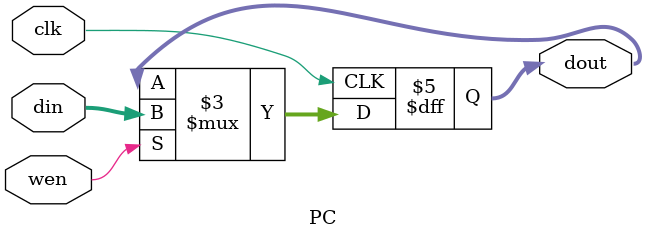
<source format=v>
`timescale 1ns / 1ps

/*
    ================================   PC module   ================================
    Author:         Wintermelon
    Last Edit:      2022.4.20

    This is a special register.
    The initial number is 2fff.
    Synchronous setting number, never reset.  
*/


module PC 
(
    input [31 : 0] din,             // data input
    input clk, wen,                 // control signals
    output reg [31 : 0] dout        // data output and storage
);
    initial begin
        dout <= 32'h2FFC;
    end
    always @(posedge clk) begin 
        if (wen) 
            dout <= din;
    end
endmodule

</source>
